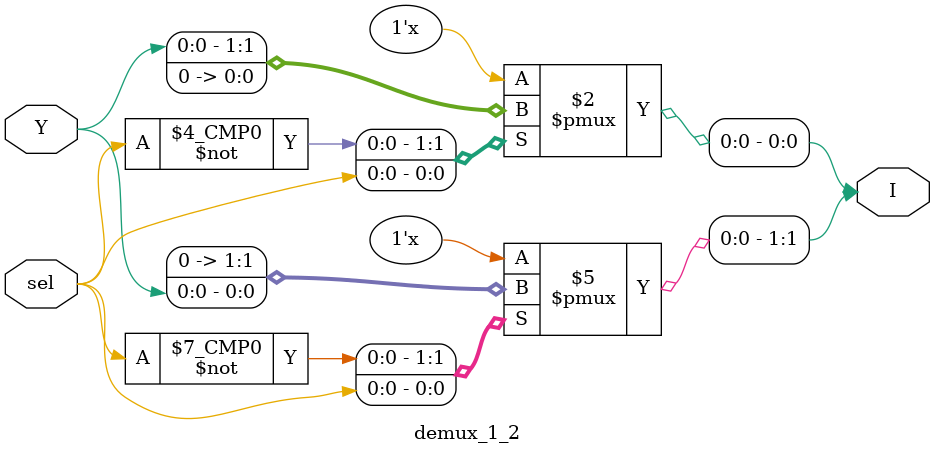
<source format=v>
`timescale 1ns / 1ps
module demux_1_2(
    input sel,Y,
    output reg [1:0] I
    );
	 always@(*) begin
		I=2'b00;
		case(sel)
			1'b0: I[0] = Y;
			1'b1: I[1] = Y;
			default : I=2'b00;
		endcase
	 end

endmodule

</source>
